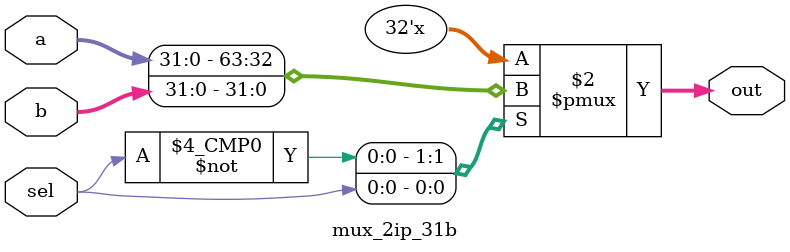
<source format=v>
module mux_2ip_31b(sel, a, b, out);
input sel;
input [31:0] a;
input [31:0] b;
output reg [31:0] out;

always @ (*)
begin
case (sel)
1'b0 : out=a;
1'b1 : out=b;
endcase 
end
endmodule
</source>
